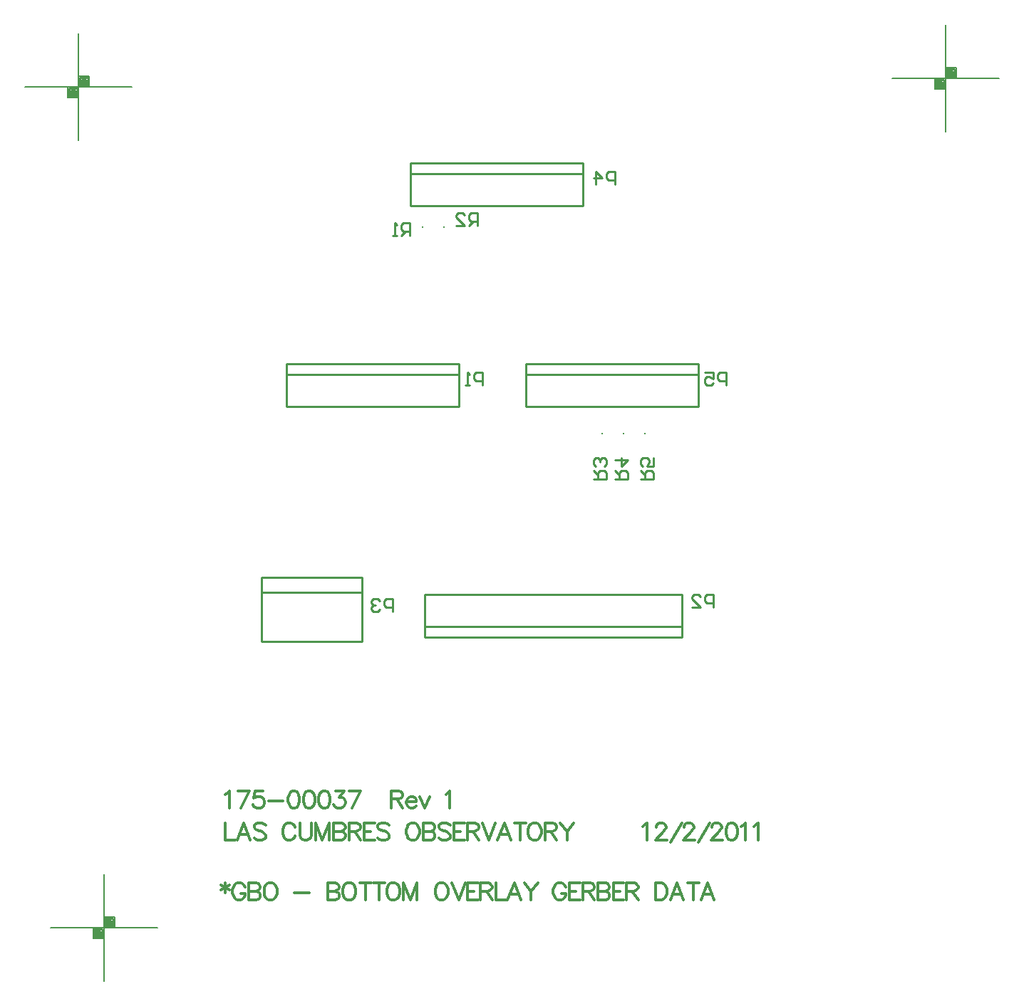
<source format=gbo>
%FSLAX23Y23*%
%MOIN*%
G70*
G01*
G75*
G04 Layer_Color=32896*
%ADD10C,0.010*%
%ADD11C,0.012*%
%ADD12C,0.008*%
%ADD13C,0.012*%
%ADD14C,0.012*%
%ADD15C,0.069*%
%ADD16R,0.069X0.069*%
%ADD17C,0.177*%
%ADD18C,0.059*%
%ADD19R,0.059X0.059*%
%ADD20C,0.120*%
%ADD21R,0.120X0.120*%
%ADD22C,0.050*%
%ADD23C,0.040*%
%ADD24C,0.087*%
G04:AMPARAMS|DCode=25|XSize=87.244mil|YSize=87.244mil|CornerRadius=0mil|HoleSize=0mil|Usage=FLASHONLY|Rotation=0.000|XOffset=0mil|YOffset=0mil|HoleType=Round|Shape=Relief|Width=10mil|Gap=10mil|Entries=4|*
%AMTHD25*
7,0,0,0.087,0.067,0.010,45*
%
%ADD25THD25*%
%ADD26C,0.162*%
%ADD27C,0.075*%
G04:AMPARAMS|DCode=28|XSize=110mil|YSize=110mil|CornerRadius=0mil|HoleSize=0mil|Usage=FLASHONLY|Rotation=0.000|XOffset=0mil|YOffset=0mil|HoleType=Round|Shape=Relief|Width=10mil|Gap=10mil|Entries=4|*
%AMTHD28*
7,0,0,0.110,0.090,0.010,45*
%
%ADD28THD28*%
%ADD29C,0.110*%
%ADD30C,0.068*%
G04:AMPARAMS|DCode=31|XSize=68mil|YSize=68mil|CornerRadius=0mil|HoleSize=0mil|Usage=FLASHONLY|Rotation=0.000|XOffset=0mil|YOffset=0mil|HoleType=Round|Shape=Relief|Width=10mil|Gap=10mil|Entries=4|*
%AMTHD31*
7,0,0,0.068,0.048,0.010,45*
%
%ADD31THD31*%
%ADD32R,0.050X0.050*%
%ADD33C,0.005*%
%ADD34C,0.020*%
%ADD35R,0.315X0.135*%
%ADD36C,0.077*%
%ADD37R,0.077X0.077*%
%ADD38C,0.185*%
%ADD39C,0.067*%
%ADD40R,0.067X0.067*%
%ADD41C,0.128*%
%ADD42R,0.128X0.128*%
%ADD43C,0.058*%
%ADD44R,0.888X0.233*%
%ADD45R,0.058X0.058*%
%ADD46C,0.010*%
D10*
X45330Y34480D02*
X46535D01*
X45330Y34680D02*
X46535D01*
X45330Y34480D02*
Y34680D01*
X46535Y34480D02*
Y34680D01*
X45330Y34530D02*
X46535D01*
X44685Y35761D02*
X45490D01*
X44685Y35561D02*
X45490D01*
Y35761D01*
X44685Y35561D02*
Y35761D01*
Y35711D02*
X45490D01*
X45265Y36700D02*
X46070D01*
X45265Y36500D02*
X46070D01*
Y36700D01*
X45265Y36500D02*
Y36700D01*
Y36650D02*
X46070D01*
X45805Y35761D02*
X46610D01*
X45805Y35561D02*
X46610D01*
Y35761D01*
X45805Y35561D02*
Y35761D01*
Y35711D02*
X46610D01*
X44648Y34760D02*
X45028D01*
X45038Y34460D02*
Y34740D01*
X44568Y34460D02*
Y34760D01*
X44648D01*
X44568Y34460D02*
X45038D01*
X44568Y34690D02*
X45038D01*
Y34740D02*
Y34760D01*
X45028D02*
X45038D01*
X45600Y35661D02*
Y35721D01*
X45570D01*
X45560Y35711D01*
Y35691D01*
X45570Y35681D01*
X45600D01*
X45540Y35661D02*
X45520D01*
X45530D01*
Y35721D01*
X45540Y35711D01*
X46680Y34621D02*
Y34681D01*
X46650D01*
X46640Y34671D01*
Y34651D01*
X46650Y34641D01*
X46680D01*
X46580Y34621D02*
X46620D01*
X46580Y34661D01*
Y34671D01*
X46590Y34681D01*
X46610D01*
X46620Y34671D01*
X45180Y34601D02*
Y34661D01*
X45150D01*
X45140Y34651D01*
Y34631D01*
X45150Y34621D01*
X45180D01*
X45120Y34651D02*
X45110Y34661D01*
X45090D01*
X45080Y34651D01*
Y34641D01*
X45090Y34631D01*
X45100D01*
X45090D01*
X45080Y34621D01*
Y34611D01*
X45090Y34601D01*
X45110D01*
X45120Y34611D01*
X46220Y36601D02*
Y36661D01*
X46190D01*
X46180Y36651D01*
Y36631D01*
X46190Y36621D01*
X46220D01*
X46130Y36601D02*
Y36661D01*
X46160Y36631D01*
X46120D01*
X46740Y35661D02*
Y35721D01*
X46710D01*
X46700Y35711D01*
Y35691D01*
X46710Y35681D01*
X46740D01*
X46640Y35721D02*
X46680D01*
Y35691D01*
X46660Y35701D01*
X46650D01*
X46640Y35691D01*
Y35671D01*
X46650Y35661D01*
X46670D01*
X46680Y35671D01*
X45260Y36361D02*
Y36421D01*
X45230D01*
X45220Y36411D01*
Y36391D01*
X45230Y36381D01*
X45260D01*
X45240D02*
X45220Y36361D01*
X45200D02*
X45180D01*
X45190D01*
Y36421D01*
X45200Y36411D01*
X45577Y36408D02*
Y36468D01*
X45547D01*
X45537Y36458D01*
Y36438D01*
X45547Y36428D01*
X45577D01*
X45557D02*
X45537Y36408D01*
X45477D02*
X45517D01*
X45477Y36448D01*
Y36458D01*
X45487Y36468D01*
X45507D01*
X45517Y36458D01*
X46120Y35221D02*
X46180D01*
Y35251D01*
X46170Y35261D01*
X46150D01*
X46140Y35251D01*
Y35221D01*
Y35241D02*
X46120Y35261D01*
X46170Y35281D02*
X46180Y35291D01*
Y35311D01*
X46170Y35321D01*
X46160D01*
X46150Y35311D01*
Y35301D01*
Y35311D01*
X46140Y35321D01*
X46130D01*
X46120Y35311D01*
Y35291D01*
X46130Y35281D01*
X46220Y35221D02*
X46280D01*
Y35251D01*
X46270Y35261D01*
X46250D01*
X46240Y35251D01*
Y35221D01*
Y35241D02*
X46220Y35261D01*
Y35311D02*
X46280D01*
X46250Y35281D01*
Y35321D01*
X46340Y35221D02*
X46400D01*
Y35251D01*
X46390Y35261D01*
X46370D01*
X46360Y35251D01*
Y35221D01*
Y35241D02*
X46340Y35261D01*
X46400Y35321D02*
Y35281D01*
X46370D01*
X46380Y35301D01*
Y35311D01*
X46370Y35321D01*
X46350D01*
X46340Y35311D01*
Y35291D01*
X46350Y35281D01*
D11*
X44398Y33331D02*
Y33285D01*
X44378Y33320D02*
X44417Y33297D01*
Y33320D02*
X44378Y33297D01*
X44490Y33312D02*
X44486Y33320D01*
X44479Y33327D01*
X44471Y33331D01*
X44456D01*
X44448Y33327D01*
X44441Y33320D01*
X44437Y33312D01*
X44433Y33301D01*
Y33281D01*
X44437Y33270D01*
X44441Y33262D01*
X44448Y33255D01*
X44456Y33251D01*
X44471D01*
X44479Y33255D01*
X44486Y33262D01*
X44490Y33270D01*
Y33281D01*
X44471D02*
X44490D01*
X44508Y33331D02*
Y33251D01*
Y33331D02*
X44543D01*
X44554Y33327D01*
X44558Y33323D01*
X44562Y33316D01*
Y33308D01*
X44558Y33301D01*
X44554Y33297D01*
X44543Y33293D01*
X44508D02*
X44543D01*
X44554Y33289D01*
X44558Y33285D01*
X44562Y33278D01*
Y33266D01*
X44558Y33259D01*
X44554Y33255D01*
X44543Y33251D01*
X44508D01*
X44602Y33331D02*
X44595Y33327D01*
X44587Y33320D01*
X44583Y33312D01*
X44580Y33301D01*
Y33281D01*
X44583Y33270D01*
X44587Y33262D01*
X44595Y33255D01*
X44602Y33251D01*
X44618D01*
X44625Y33255D01*
X44633Y33262D01*
X44637Y33270D01*
X44641Y33281D01*
Y33301D01*
X44637Y33312D01*
X44633Y33320D01*
X44625Y33327D01*
X44618Y33331D01*
X44602D01*
X44722Y33285D02*
X44791D01*
X44877Y33331D02*
Y33251D01*
Y33331D02*
X44911D01*
X44923Y33327D01*
X44927Y33323D01*
X44930Y33316D01*
Y33308D01*
X44927Y33301D01*
X44923Y33297D01*
X44911Y33293D01*
X44877D02*
X44911D01*
X44923Y33289D01*
X44927Y33285D01*
X44930Y33278D01*
Y33266D01*
X44927Y33259D01*
X44923Y33255D01*
X44911Y33251D01*
X44877D01*
X44971Y33331D02*
X44963Y33327D01*
X44956Y33320D01*
X44952Y33312D01*
X44948Y33301D01*
Y33281D01*
X44952Y33270D01*
X44956Y33262D01*
X44963Y33255D01*
X44971Y33251D01*
X44986D01*
X44994Y33255D01*
X45002Y33262D01*
X45005Y33270D01*
X45009Y33281D01*
Y33301D01*
X45005Y33312D01*
X45002Y33320D01*
X44994Y33327D01*
X44986Y33331D01*
X44971D01*
X45055D02*
Y33251D01*
X45028Y33331D02*
X45081D01*
X45117D02*
Y33251D01*
X45091Y33331D02*
X45144D01*
X45176D02*
X45169Y33327D01*
X45161Y33320D01*
X45157Y33312D01*
X45154Y33301D01*
Y33281D01*
X45157Y33270D01*
X45161Y33262D01*
X45169Y33255D01*
X45176Y33251D01*
X45192D01*
X45199Y33255D01*
X45207Y33262D01*
X45211Y33270D01*
X45214Y33281D01*
Y33301D01*
X45211Y33312D01*
X45207Y33320D01*
X45199Y33327D01*
X45192Y33331D01*
X45176D01*
X45233D02*
Y33251D01*
Y33331D02*
X45264Y33251D01*
X45294Y33331D02*
X45264Y33251D01*
X45294Y33331D02*
Y33251D01*
X45403Y33331D02*
X45395Y33327D01*
X45387Y33320D01*
X45384Y33312D01*
X45380Y33301D01*
Y33281D01*
X45384Y33270D01*
X45387Y33262D01*
X45395Y33255D01*
X45403Y33251D01*
X45418D01*
X45425Y33255D01*
X45433Y33262D01*
X45437Y33270D01*
X45441Y33281D01*
Y33301D01*
X45437Y33312D01*
X45433Y33320D01*
X45425Y33327D01*
X45418Y33331D01*
X45403D01*
X45459D02*
X45490Y33251D01*
X45520Y33331D02*
X45490Y33251D01*
X45580Y33331D02*
X45531D01*
Y33251D01*
X45580D01*
X45531Y33293D02*
X45561D01*
X45593Y33331D02*
Y33251D01*
Y33331D02*
X45628D01*
X45639Y33327D01*
X45643Y33323D01*
X45647Y33316D01*
Y33308D01*
X45643Y33301D01*
X45639Y33297D01*
X45628Y33293D01*
X45593D01*
X45620D02*
X45647Y33251D01*
X45665Y33331D02*
Y33251D01*
X45710D01*
X45780D02*
X45750Y33331D01*
X45719Y33251D01*
X45731Y33278D02*
X45769D01*
X45799Y33331D02*
X45829Y33293D01*
Y33251D01*
X45860Y33331D02*
X45829Y33293D01*
X45990Y33312D02*
X45986Y33320D01*
X45979Y33327D01*
X45971Y33331D01*
X45956D01*
X45948Y33327D01*
X45940Y33320D01*
X45937Y33312D01*
X45933Y33301D01*
Y33281D01*
X45937Y33270D01*
X45940Y33262D01*
X45948Y33255D01*
X45956Y33251D01*
X45971D01*
X45979Y33255D01*
X45986Y33262D01*
X45990Y33270D01*
Y33281D01*
X45971D02*
X45990D01*
X46058Y33331D02*
X46008D01*
Y33251D01*
X46058D01*
X46008Y33293D02*
X46039D01*
X46071Y33331D02*
Y33251D01*
Y33331D02*
X46105D01*
X46117Y33327D01*
X46121Y33323D01*
X46124Y33316D01*
Y33308D01*
X46121Y33301D01*
X46117Y33297D01*
X46105Y33293D01*
X46071D01*
X46098D02*
X46124Y33251D01*
X46142Y33331D02*
Y33251D01*
Y33331D02*
X46177D01*
X46188Y33327D01*
X46192Y33323D01*
X46196Y33316D01*
Y33308D01*
X46192Y33301D01*
X46188Y33297D01*
X46177Y33293D01*
X46142D02*
X46177D01*
X46188Y33289D01*
X46192Y33285D01*
X46196Y33278D01*
Y33266D01*
X46192Y33259D01*
X46188Y33255D01*
X46177Y33251D01*
X46142D01*
X46263Y33331D02*
X46214D01*
Y33251D01*
X46263D01*
X46214Y33293D02*
X46244D01*
X46276Y33331D02*
Y33251D01*
Y33331D02*
X46311D01*
X46322Y33327D01*
X46326Y33323D01*
X46330Y33316D01*
Y33308D01*
X46326Y33301D01*
X46322Y33297D01*
X46311Y33293D01*
X46276D01*
X46303D02*
X46330Y33251D01*
X46410Y33331D02*
Y33251D01*
Y33331D02*
X46437D01*
X46448Y33327D01*
X46456Y33320D01*
X46460Y33312D01*
X46464Y33301D01*
Y33281D01*
X46460Y33270D01*
X46456Y33262D01*
X46448Y33255D01*
X46437Y33251D01*
X46410D01*
X46543D02*
X46512Y33331D01*
X46482Y33251D01*
X46493Y33278D02*
X46531D01*
X46588Y33331D02*
Y33251D01*
X46561Y33331D02*
X46615D01*
X46685Y33251D02*
X46655Y33331D01*
X46624Y33251D01*
X46636Y33278D02*
X46674D01*
D12*
X47518Y37098D02*
X48018D01*
X47768Y36848D02*
Y37348D01*
X47818Y37098D02*
Y37148D01*
X47768D02*
X47818D01*
X47718Y37048D02*
Y37098D01*
Y37048D02*
X47768D01*
X47723Y37093D02*
X47763D01*
X47723Y37053D02*
Y37093D01*
Y37053D02*
X47763D01*
Y37093D01*
X47728Y37088D02*
X47758D01*
X47728Y37058D02*
Y37088D01*
Y37058D02*
X47758D01*
Y37083D01*
X47733D02*
X47753D01*
X47733Y37063D02*
Y37083D01*
Y37063D02*
X47753D01*
Y37078D01*
X47738D02*
X47748D01*
X47738Y37068D02*
Y37078D01*
Y37068D02*
X47748D01*
Y37078D01*
X47738Y37073D02*
X47748D01*
X47773Y37143D02*
X47813D01*
X47773Y37103D02*
Y37143D01*
Y37103D02*
X47813D01*
Y37143D01*
X47778Y37138D02*
X47808D01*
X47778Y37108D02*
Y37138D01*
Y37108D02*
X47808D01*
Y37133D01*
X47783D02*
X47803D01*
X47783Y37113D02*
Y37133D01*
Y37113D02*
X47803D01*
Y37128D01*
X47788D02*
X47798D01*
X47788Y37118D02*
Y37128D01*
Y37118D02*
X47798D01*
Y37128D01*
X47788Y37123D02*
X47798D01*
X43463Y37058D02*
X43963D01*
X43713Y36808D02*
Y37308D01*
X43763Y37058D02*
Y37108D01*
X43713D02*
X43763D01*
X43663Y37008D02*
Y37058D01*
Y37008D02*
X43713D01*
X43668Y37053D02*
X43708D01*
X43668Y37013D02*
Y37053D01*
Y37013D02*
X43708D01*
Y37053D01*
X43673Y37048D02*
X43703D01*
X43673Y37018D02*
Y37048D01*
Y37018D02*
X43703D01*
Y37043D01*
X43678D02*
X43698D01*
X43678Y37023D02*
Y37043D01*
Y37023D02*
X43698D01*
Y37038D01*
X43683D02*
X43693D01*
X43683Y37028D02*
Y37038D01*
Y37028D02*
X43693D01*
Y37038D01*
X43683Y37033D02*
X43693D01*
X43718Y37103D02*
X43758D01*
X43718Y37063D02*
Y37103D01*
Y37063D02*
X43758D01*
Y37103D01*
X43723Y37098D02*
X43753D01*
X43723Y37068D02*
Y37098D01*
Y37068D02*
X43753D01*
Y37093D01*
X43728D02*
X43748D01*
X43728Y37073D02*
Y37093D01*
Y37073D02*
X43748D01*
Y37088D01*
X43733D02*
X43743D01*
X43733Y37078D02*
Y37088D01*
Y37078D02*
X43743D01*
Y37088D01*
X43733Y37083D02*
X43743D01*
X43581Y33121D02*
X44081D01*
X43831Y32871D02*
Y33371D01*
X43881Y33121D02*
Y33171D01*
X43831D02*
X43881D01*
X43781Y33071D02*
Y33121D01*
Y33071D02*
X43831D01*
X43786Y33116D02*
X43826D01*
X43786Y33076D02*
Y33116D01*
Y33076D02*
X43826D01*
Y33116D01*
X43791Y33111D02*
X43821D01*
X43791Y33081D02*
Y33111D01*
Y33081D02*
X43821D01*
Y33106D01*
X43796D02*
X43816D01*
X43796Y33086D02*
Y33106D01*
Y33086D02*
X43816D01*
Y33101D01*
X43801D02*
X43811D01*
X43801Y33091D02*
Y33101D01*
Y33091D02*
X43811D01*
Y33101D01*
X43801Y33096D02*
X43811D01*
X43836Y33166D02*
X43876D01*
X43836Y33126D02*
Y33166D01*
Y33126D02*
X43876D01*
Y33166D01*
X43841Y33161D02*
X43871D01*
X43841Y33131D02*
Y33161D01*
Y33131D02*
X43871D01*
Y33156D01*
X43846D02*
X43866D01*
X43846Y33136D02*
Y33156D01*
Y33136D02*
X43866D01*
Y33151D01*
X43851D02*
X43861D01*
X43851Y33141D02*
Y33151D01*
Y33141D02*
X43861D01*
Y33151D01*
X43851Y33146D02*
X43861D01*
D13*
X44399Y33746D02*
X44407Y33750D01*
X44419Y33762D01*
Y33682D01*
X44511Y33762D02*
X44473Y33682D01*
X44458Y33762D02*
X44511D01*
X44575D02*
X44537D01*
X44533Y33727D01*
X44537Y33731D01*
X44548Y33735D01*
X44560D01*
X44571Y33731D01*
X44579Y33724D01*
X44583Y33712D01*
Y33704D01*
X44579Y33693D01*
X44571Y33685D01*
X44560Y33682D01*
X44548D01*
X44537Y33685D01*
X44533Y33689D01*
X44529Y33697D01*
X44601Y33716D02*
X44669D01*
X44716Y33762D02*
X44704Y33758D01*
X44697Y33746D01*
X44693Y33727D01*
Y33716D01*
X44697Y33697D01*
X44704Y33685D01*
X44716Y33682D01*
X44723D01*
X44735Y33685D01*
X44742Y33697D01*
X44746Y33716D01*
Y33727D01*
X44742Y33746D01*
X44735Y33758D01*
X44723Y33762D01*
X44716D01*
X44787D02*
X44775Y33758D01*
X44768Y33746D01*
X44764Y33727D01*
Y33716D01*
X44768Y33697D01*
X44775Y33685D01*
X44787Y33682D01*
X44794D01*
X44806Y33685D01*
X44814Y33697D01*
X44817Y33716D01*
Y33727D01*
X44814Y33746D01*
X44806Y33758D01*
X44794Y33762D01*
X44787D01*
X44858D02*
X44847Y33758D01*
X44839Y33746D01*
X44835Y33727D01*
Y33716D01*
X44839Y33697D01*
X44847Y33685D01*
X44858Y33682D01*
X44866D01*
X44877Y33685D01*
X44885Y33697D01*
X44889Y33716D01*
Y33727D01*
X44885Y33746D01*
X44877Y33758D01*
X44866Y33762D01*
X44858D01*
X44914D02*
X44956D01*
X44933Y33731D01*
X44945D01*
X44952Y33727D01*
X44956Y33724D01*
X44960Y33712D01*
Y33704D01*
X44956Y33693D01*
X44948Y33685D01*
X44937Y33682D01*
X44925D01*
X44914Y33685D01*
X44910Y33689D01*
X44906Y33697D01*
X45031Y33762D02*
X44993Y33682D01*
X44978Y33762D02*
X45031D01*
X45175D02*
Y33682D01*
Y33762D02*
X45209D01*
X45220Y33758D01*
X45224Y33754D01*
X45228Y33746D01*
Y33739D01*
X45224Y33731D01*
X45220Y33727D01*
X45209Y33724D01*
X45175D01*
X45201D02*
X45228Y33682D01*
X45246Y33712D02*
X45291D01*
Y33720D01*
X45288Y33727D01*
X45284Y33731D01*
X45276Y33735D01*
X45265D01*
X45257Y33731D01*
X45250Y33724D01*
X45246Y33712D01*
Y33704D01*
X45250Y33693D01*
X45257Y33685D01*
X45265Y33682D01*
X45276D01*
X45284Y33685D01*
X45291Y33693D01*
X45309Y33735D02*
X45331Y33682D01*
X45354Y33735D02*
X45331Y33682D01*
X45430Y33746D02*
X45438Y33750D01*
X45449Y33762D01*
Y33682D01*
D14*
X44399Y33612D02*
Y33532D01*
X44445D01*
X44515D02*
X44484Y33612D01*
X44454Y33532D01*
X44465Y33558D02*
X44503D01*
X44587Y33600D02*
X44579Y33608D01*
X44568Y33612D01*
X44553D01*
X44541Y33608D01*
X44534Y33600D01*
Y33593D01*
X44537Y33585D01*
X44541Y33581D01*
X44549Y33577D01*
X44572Y33570D01*
X44579Y33566D01*
X44583Y33562D01*
X44587Y33554D01*
Y33543D01*
X44579Y33535D01*
X44568Y33532D01*
X44553D01*
X44541Y33535D01*
X44534Y33543D01*
X44725Y33593D02*
X44721Y33600D01*
X44713Y33608D01*
X44706Y33612D01*
X44690D01*
X44683Y33608D01*
X44675Y33600D01*
X44671Y33593D01*
X44668Y33581D01*
Y33562D01*
X44671Y33551D01*
X44675Y33543D01*
X44683Y33535D01*
X44690Y33532D01*
X44706D01*
X44713Y33535D01*
X44721Y33543D01*
X44725Y33551D01*
X44747Y33612D02*
Y33554D01*
X44751Y33543D01*
X44759Y33535D01*
X44770Y33532D01*
X44778D01*
X44789Y33535D01*
X44797Y33543D01*
X44801Y33554D01*
Y33612D01*
X44823D02*
Y33532D01*
Y33612D02*
X44853Y33532D01*
X44884Y33612D02*
X44853Y33532D01*
X44884Y33612D02*
Y33532D01*
X44906Y33612D02*
Y33532D01*
Y33612D02*
X44941D01*
X44952Y33608D01*
X44956Y33604D01*
X44960Y33596D01*
Y33589D01*
X44956Y33581D01*
X44952Y33577D01*
X44941Y33573D01*
X44906D02*
X44941D01*
X44952Y33570D01*
X44956Y33566D01*
X44960Y33558D01*
Y33547D01*
X44956Y33539D01*
X44952Y33535D01*
X44941Y33532D01*
X44906D01*
X44978Y33612D02*
Y33532D01*
Y33612D02*
X45012D01*
X45023Y33608D01*
X45027Y33604D01*
X45031Y33596D01*
Y33589D01*
X45027Y33581D01*
X45023Y33577D01*
X45012Y33573D01*
X44978D01*
X45004D02*
X45031Y33532D01*
X45098Y33612D02*
X45049D01*
Y33532D01*
X45098D01*
X45049Y33573D02*
X45079D01*
X45165Y33600D02*
X45157Y33608D01*
X45146Y33612D01*
X45131D01*
X45119Y33608D01*
X45112Y33600D01*
Y33593D01*
X45116Y33585D01*
X45119Y33581D01*
X45127Y33577D01*
X45150Y33570D01*
X45157Y33566D01*
X45161Y33562D01*
X45165Y33554D01*
Y33543D01*
X45157Y33535D01*
X45146Y33532D01*
X45131D01*
X45119Y33535D01*
X45112Y33543D01*
X45269Y33612D02*
X45261Y33608D01*
X45253Y33600D01*
X45250Y33593D01*
X45246Y33581D01*
Y33562D01*
X45250Y33551D01*
X45253Y33543D01*
X45261Y33535D01*
X45269Y33532D01*
X45284D01*
X45291Y33535D01*
X45299Y33543D01*
X45303Y33551D01*
X45307Y33562D01*
Y33581D01*
X45303Y33593D01*
X45299Y33600D01*
X45291Y33608D01*
X45284Y33612D01*
X45269D01*
X45325D02*
Y33532D01*
Y33612D02*
X45360D01*
X45371Y33608D01*
X45375Y33604D01*
X45379Y33596D01*
Y33589D01*
X45375Y33581D01*
X45371Y33577D01*
X45360Y33573D01*
X45325D02*
X45360D01*
X45371Y33570D01*
X45375Y33566D01*
X45379Y33558D01*
Y33547D01*
X45375Y33539D01*
X45371Y33535D01*
X45360Y33532D01*
X45325D01*
X45450Y33600D02*
X45442Y33608D01*
X45431Y33612D01*
X45416D01*
X45404Y33608D01*
X45397Y33600D01*
Y33593D01*
X45400Y33585D01*
X45404Y33581D01*
X45412Y33577D01*
X45435Y33570D01*
X45442Y33566D01*
X45446Y33562D01*
X45450Y33554D01*
Y33543D01*
X45442Y33535D01*
X45431Y33532D01*
X45416D01*
X45404Y33535D01*
X45397Y33543D01*
X45517Y33612D02*
X45468D01*
Y33532D01*
X45517D01*
X45468Y33573D02*
X45498D01*
X45531Y33612D02*
Y33532D01*
Y33612D02*
X45565D01*
X45576Y33608D01*
X45580Y33604D01*
X45584Y33596D01*
Y33589D01*
X45580Y33581D01*
X45576Y33577D01*
X45565Y33573D01*
X45531D01*
X45557D02*
X45584Y33532D01*
X45602Y33612D02*
X45632Y33532D01*
X45663Y33612D02*
X45632Y33532D01*
X45734D02*
X45704Y33612D01*
X45673Y33532D01*
X45685Y33558D02*
X45723D01*
X45779Y33612D02*
Y33532D01*
X45753Y33612D02*
X45806D01*
X45838D02*
X45831Y33608D01*
X45823Y33600D01*
X45819Y33593D01*
X45816Y33581D01*
Y33562D01*
X45819Y33551D01*
X45823Y33543D01*
X45831Y33535D01*
X45838Y33532D01*
X45854D01*
X45861Y33535D01*
X45869Y33543D01*
X45873Y33551D01*
X45877Y33562D01*
Y33581D01*
X45873Y33593D01*
X45869Y33600D01*
X45861Y33608D01*
X45854Y33612D01*
X45838D01*
X45895D02*
Y33532D01*
Y33612D02*
X45929D01*
X45941Y33608D01*
X45945Y33604D01*
X45948Y33596D01*
Y33589D01*
X45945Y33581D01*
X45941Y33577D01*
X45929Y33573D01*
X45895D01*
X45922D02*
X45948Y33532D01*
X45966Y33612D02*
X45997Y33573D01*
Y33532D01*
X46027Y33612D02*
X45997Y33573D01*
X46352Y33596D02*
X46359Y33600D01*
X46371Y33612D01*
Y33532D01*
X46414Y33593D02*
Y33596D01*
X46418Y33604D01*
X46422Y33608D01*
X46430Y33612D01*
X46445D01*
X46452Y33608D01*
X46456Y33604D01*
X46460Y33596D01*
Y33589D01*
X46456Y33581D01*
X46449Y33570D01*
X46410Y33532D01*
X46464D01*
X46482Y33520D02*
X46535Y33612D01*
X46544Y33593D02*
Y33596D01*
X46548Y33604D01*
X46552Y33608D01*
X46559Y33612D01*
X46575D01*
X46582Y33608D01*
X46586Y33604D01*
X46590Y33596D01*
Y33589D01*
X46586Y33581D01*
X46578Y33570D01*
X46540Y33532D01*
X46594D01*
X46612Y33520D02*
X46665Y33612D01*
X46674Y33593D02*
Y33596D01*
X46678Y33604D01*
X46682Y33608D01*
X46689Y33612D01*
X46705D01*
X46712Y33608D01*
X46716Y33604D01*
X46720Y33596D01*
Y33589D01*
X46716Y33581D01*
X46708Y33570D01*
X46670Y33532D01*
X46724D01*
X46764Y33612D02*
X46753Y33608D01*
X46745Y33596D01*
X46741Y33577D01*
Y33566D01*
X46745Y33547D01*
X46753Y33535D01*
X46764Y33532D01*
X46772D01*
X46783Y33535D01*
X46791Y33547D01*
X46795Y33566D01*
Y33577D01*
X46791Y33596D01*
X46783Y33608D01*
X46772Y33612D01*
X46764D01*
X46813Y33596D02*
X46820Y33600D01*
X46832Y33612D01*
Y33532D01*
X46871Y33596D02*
X46879Y33600D01*
X46890Y33612D01*
Y33532D01*
D46*
X46161Y35435D02*
D03*
X46261D02*
D03*
X46361D02*
D03*
X45421Y36400D02*
D03*
X45321D02*
D03*
M02*

</source>
